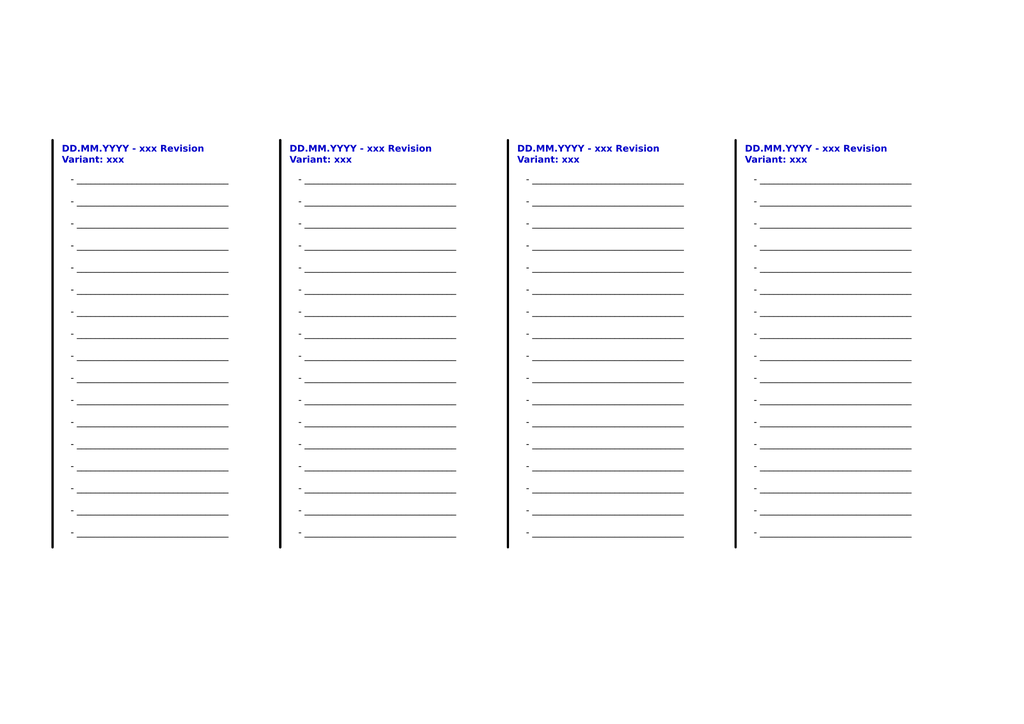
<source format=kicad_sch>
(kicad_sch
	(version 20250114)
	(generator "eeschema")
	(generator_version "9.0")
	(uuid "01255162-f319-4d12-a6ef-4457bf2a82b1")
	(paper "A4")
	(title_block
		(title "PCB NRF52 PROJECT")
		(date "2025-05-16")
		(rev "1.0")
		(company "Author: William Sleman")
	)
	(lib_symbols)
	(text "${SHEETNAME}"
		(exclude_from_sim no)
		(at 93.98 30.48 0)
		(effects
			(font
				(face "Times New Roman")
				(size 9 9)
				(thickness 1)
				(bold yes)
				(color 162 22 34 1)
			)
			(justify left bottom)
		)
		(uuid "6dc277db-1778-4f1e-aaa7-d71581986c96")
	)
	(text_box "DD.MM.YYYY - xxx Revision\nVariant: xxx"
		(exclude_from_sim no)
		(at 82.55 40.64 0)
		(size 57.15 7.62)
		(margins 1.4287 1.4287 1.4287 1.4287)
		(stroke
			(width -0.0001)
			(type default)
		)
		(fill
			(type none)
		)
		(effects
			(font
				(face "Arial")
				(size 1.905 1.905)
				(thickness 0.254)
				(bold yes)
			)
			(justify left top)
		)
		(uuid "21004e31-9e94-4445-93d9-4574b6f092a2")
	)
	(text_box "- _________________________________\n\n- _________________________________\n\n- _________________________________\n\n- _________________________________\n\n- _________________________________\n\n- _________________________________\n\n- _________________________________\n\n- _________________________________\n\n- _________________________________\n\n- _________________________________\n\n- _________________________________\n\n- _________________________________\n\n- _________________________________\n\n- _________________________________\n\n- _________________________________\n\n- _________________________________\n\n- _________________________________"
		(exclude_from_sim no)
		(at 19.05 49.53 0)
		(size 58.42 115.57)
		(margins 1.4287 1.4287 1.4287 1.4287)
		(stroke
			(width -0.0001)
			(type default)
		)
		(fill
			(type none)
		)
		(effects
			(font
				(face "Arial")
				(size 1.905 1.905)
				(color 0 0 0 1)
			)
			(justify left top)
		)
		(uuid "25cb9308-5810-4691-9d1e-d003c4b107ad")
	)
	(text_box "DD.MM.YYYY - xxx Revision\nVariant: xxx"
		(exclude_from_sim no)
		(at 214.63 40.64 0)
		(size 57.15 7.62)
		(margins 1.4287 1.4287 1.4287 1.4287)
		(stroke
			(width -0.0001)
			(type default)
		)
		(fill
			(type none)
		)
		(effects
			(font
				(face "Arial")
				(size 1.905 1.905)
				(thickness 0.254)
				(bold yes)
			)
			(justify left top)
		)
		(uuid "5797244b-3faa-4816-af8b-5027057cca63")
	)
	(text_box "- _________________________________\n\n- _________________________________\n\n- _________________________________\n\n- _________________________________\n\n- _________________________________\n\n- _________________________________\n\n- _________________________________\n\n- _________________________________\n\n- _________________________________\n\n- _________________________________\n\n- _________________________________\n\n- _________________________________\n\n- _________________________________\n\n- _________________________________\n\n- _________________________________\n\n- _________________________________\n\n- _________________________________"
		(exclude_from_sim no)
		(at 217.17 49.53 0)
		(size 58.42 115.57)
		(margins 1.4287 1.4287 1.4287 1.4287)
		(stroke
			(width -0.0001)
			(type default)
		)
		(fill
			(type none)
		)
		(effects
			(font
				(face "Arial")
				(size 1.905 1.905)
				(color 0 0 0 1)
			)
			(justify left top)
		)
		(uuid "5a938401-a08e-46fe-976f-006d74b76816")
	)
	(text_box "- _________________________________\n\n- _________________________________\n\n- _________________________________\n\n- _________________________________\n\n- _________________________________\n\n- _________________________________\n\n- _________________________________\n\n- _________________________________\n\n- _________________________________\n\n- _________________________________\n\n- _________________________________\n\n- _________________________________\n\n- _________________________________\n\n- _________________________________\n\n- _________________________________\n\n- _________________________________\n\n- _________________________________"
		(exclude_from_sim no)
		(at 85.09 49.53 0)
		(size 58.42 115.57)
		(margins 1.4287 1.4287 1.4287 1.4287)
		(stroke
			(width -0.0001)
			(type default)
		)
		(fill
			(type none)
		)
		(effects
			(font
				(face "Arial")
				(size 1.905 1.905)
				(color 0 0 0 1)
			)
			(justify left top)
		)
		(uuid "81f3644f-670b-4ff6-a747-bea0ae35c487")
	)
	(text_box "DD.MM.YYYY - xxx Revision\nVariant: xxx"
		(exclude_from_sim no)
		(at 16.51 40.64 0)
		(size 57.15 7.62)
		(margins 1.4287 1.4287 1.4287 1.4287)
		(stroke
			(width -0.0001)
			(type default)
		)
		(fill
			(type none)
		)
		(effects
			(font
				(face "Arial")
				(size 1.905 1.905)
				(thickness 0.254)
				(bold yes)
			)
			(justify left top)
		)
		(uuid "a4a53350-6c7f-4fab-bcbc-56e62478a58b")
	)
	(text_box "- _________________________________\n\n- _________________________________\n\n- _________________________________\n\n- _________________________________\n\n- _________________________________\n\n- _________________________________\n\n- _________________________________\n\n- _________________________________\n\n- _________________________________\n\n- _________________________________\n\n- _________________________________\n\n- _________________________________\n\n- _________________________________\n\n- _________________________________\n\n- _________________________________\n\n- _________________________________\n\n- _________________________________"
		(exclude_from_sim no)
		(at 151.13 49.53 0)
		(size 58.42 115.57)
		(margins 1.4287 1.4287 1.4287 1.4287)
		(stroke
			(width -0.0001)
			(type default)
		)
		(fill
			(type none)
		)
		(effects
			(font
				(face "Arial")
				(size 1.905 1.905)
				(color 0 0 0 1)
			)
			(justify left top)
		)
		(uuid "a4e89373-21e1-4935-94fb-aacc53e89b83")
	)
	(text_box "DD.MM.YYYY - xxx Revision\nVariant: xxx"
		(exclude_from_sim no)
		(at 148.59 40.64 0)
		(size 57.15 7.62)
		(margins 1.4287 1.4287 1.4287 1.4287)
		(stroke
			(width -0.0001)
			(type default)
		)
		(fill
			(type none)
		)
		(effects
			(font
				(face "Arial")
				(size 1.905 1.905)
				(thickness 0.254)
				(bold yes)
			)
			(justify left top)
		)
		(uuid "bab489a0-0084-4fad-81e1-db9f274b9211")
	)
	(polyline
		(pts
			(xy 81.28 40.64) (xy 81.28 158.75)
		)
		(stroke
			(width 0.635)
			(type default)
			(color 0 0 0 1)
		)
		(uuid "207865a6-7455-4915-9eb6-13d731648824")
	)
	(polyline
		(pts
			(xy 15.24 40.64) (xy 15.24 158.75)
		)
		(stroke
			(width 0.635)
			(type default)
			(color 0 0 0 1)
		)
		(uuid "4d3a33e3-362f-48ae-8bbd-99573a180487")
	)
	(polyline
		(pts
			(xy 15.24 40.64) (xy 15.24 158.75)
		)
		(stroke
			(width 0.635)
			(type default)
			(color 0 0 0 1)
		)
		(uuid "60109620-4f7f-4fad-98fa-e2e57b90f13a")
	)
	(polyline
		(pts
			(xy 81.28 40.64) (xy 81.28 158.75)
		)
		(stroke
			(width 0.635)
			(type default)
			(color 0 0 0 1)
		)
		(uuid "6ec99ea5-0f6e-4852-bd5f-b29323b2a7f8")
	)
	(polyline
		(pts
			(xy 213.36 40.64) (xy 213.36 158.75)
		)
		(stroke
			(width 0.635)
			(type default)
			(color 0 0 0 1)
		)
		(uuid "9f776295-5da0-418c-bcb2-5e40ea95e6e8")
	)
	(polyline
		(pts
			(xy 147.32 40.64) (xy 147.32 158.75)
		)
		(stroke
			(width 0.635)
			(type default)
			(color 0 0 0 1)
		)
		(uuid "a67fb4f3-77a0-4584-9d55-6b7dba8d4bc2")
	)
)

</source>
